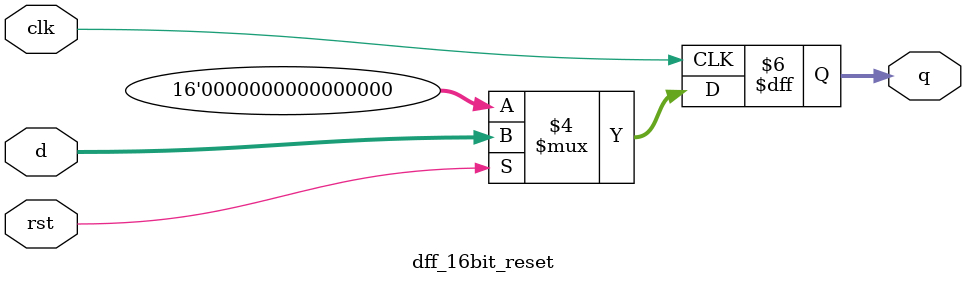
<source format=v>
`timescale 1ns / 1ps


module dff_16bit_reset(
    input clk,
    input rst,
    input signed [15:0] d,
    output reg signed [15:0] q
    );
    
    always @(posedge clk) begin
        if (~rst)
            q <= 16'b0;
        else
            q <= d;
    end
endmodule

</source>
